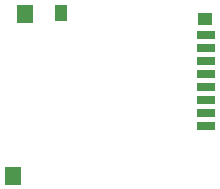
<source format=gtp>
G75*
G70*
%OFA0B0*%
%FSLAX24Y24*%
%IPPOS*%
%LPD*%
%AMOC8*
5,1,8,0,0,1.08239X$1,22.5*
%
%ADD10R,0.0531X0.0591*%
%ADD11R,0.0394X0.0551*%
%ADD12R,0.0512X0.0394*%
%ADD13R,0.0591X0.0295*%
D10*
X002438Y013023D03*
X002832Y018397D03*
D11*
X004023Y018456D03*
D12*
X008845Y018229D03*
D13*
X008865Y017698D03*
X008865Y017265D03*
X008865Y016832D03*
X008865Y016399D03*
X008865Y015965D03*
X008865Y015532D03*
X008865Y015099D03*
X008865Y014666D03*
M02*

</source>
